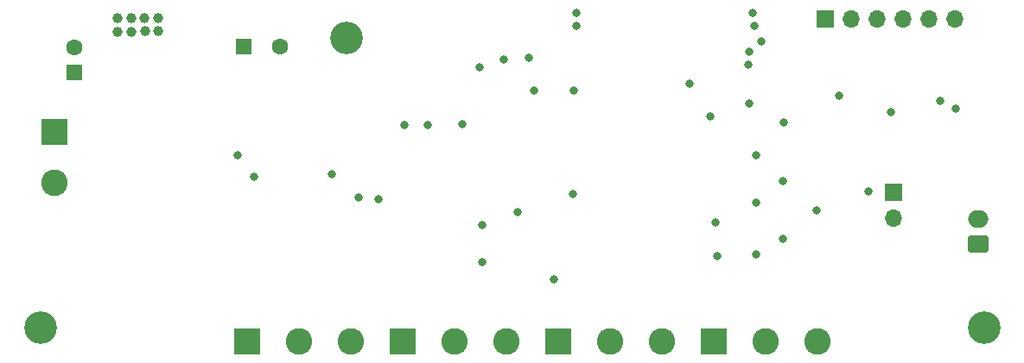
<source format=gbr>
%TF.GenerationSoftware,KiCad,Pcbnew,(6.0.8)*%
%TF.CreationDate,2022-10-05T23:26:50+02:00*%
%TF.ProjectId,DMX_ControllerBoard,444d585f-436f-46e7-9472-6f6c6c657242,rev?*%
%TF.SameCoordinates,Original*%
%TF.FileFunction,Soldermask,Bot*%
%TF.FilePolarity,Negative*%
%FSLAX46Y46*%
G04 Gerber Fmt 4.6, Leading zero omitted, Abs format (unit mm)*
G04 Created by KiCad (PCBNEW (6.0.8)) date 2022-10-05 23:26:50*
%MOMM*%
%LPD*%
G01*
G04 APERTURE LIST*
G04 Aperture macros list*
%AMRoundRect*
0 Rectangle with rounded corners*
0 $1 Rounding radius*
0 $2 $3 $4 $5 $6 $7 $8 $9 X,Y pos of 4 corners*
0 Add a 4 corners polygon primitive as box body*
4,1,4,$2,$3,$4,$5,$6,$7,$8,$9,$2,$3,0*
0 Add four circle primitives for the rounded corners*
1,1,$1+$1,$2,$3*
1,1,$1+$1,$4,$5*
1,1,$1+$1,$6,$7*
1,1,$1+$1,$8,$9*
0 Add four rect primitives between the rounded corners*
20,1,$1+$1,$2,$3,$4,$5,0*
20,1,$1+$1,$4,$5,$6,$7,0*
20,1,$1+$1,$6,$7,$8,$9,0*
20,1,$1+$1,$8,$9,$2,$3,0*%
G04 Aperture macros list end*
%ADD10R,1.600000X1.600000*%
%ADD11C,1.600000*%
%ADD12R,2.600000X2.600000*%
%ADD13C,2.600000*%
%ADD14RoundRect,0.250000X0.750000X-0.600000X0.750000X0.600000X-0.750000X0.600000X-0.750000X-0.600000X0*%
%ADD15O,2.000000X1.700000*%
%ADD16R,1.700000X1.700000*%
%ADD17O,1.700000X1.700000*%
%ADD18C,3.200000*%
%ADD19C,1.000000*%
%ADD20C,0.800000*%
G04 APERTURE END LIST*
D10*
%TO.C,C8*%
X26162000Y-32702500D03*
D11*
X26162000Y-30202500D03*
%TD*%
D10*
%TO.C,C12*%
X42799000Y-30099000D03*
D11*
X46299000Y-30099000D03*
%TD*%
D12*
%TO.C,J3*%
X24257000Y-38544500D03*
D13*
X24257000Y-43544500D03*
%TD*%
D14*
%TO.C,J5*%
X114731800Y-49542700D03*
D15*
X114731800Y-47042700D03*
%TD*%
D12*
%TO.C,J1*%
X43116500Y-59055000D03*
D13*
X48196500Y-59055000D03*
X53276500Y-59055000D03*
%TD*%
D12*
%TO.C,J2*%
X58356500Y-59055000D03*
D13*
X63436500Y-59055000D03*
X68516500Y-59055000D03*
%TD*%
D12*
%TO.C,J4*%
X73596500Y-59055000D03*
D13*
X78676500Y-59055000D03*
X83756500Y-59055000D03*
%TD*%
D12*
%TO.C,J6*%
X88836500Y-59055000D03*
D13*
X93916500Y-59055000D03*
X98996500Y-59055000D03*
%TD*%
D16*
%TO.C,J7*%
X99758500Y-27432000D03*
D17*
X102298500Y-27432000D03*
X104838500Y-27432000D03*
X107378500Y-27432000D03*
X109918500Y-27432000D03*
X112458500Y-27432000D03*
%TD*%
D18*
%TO.C,H1*%
X52844700Y-29311600D03*
%TD*%
%TO.C,H2*%
X22872700Y-57708800D03*
%TD*%
%TO.C,H3*%
X115277900Y-57708800D03*
%TD*%
D16*
%TO.C,JP1*%
X106387900Y-44450000D03*
D17*
X106387900Y-46990000D03*
%TD*%
D19*
X34353500Y-27305000D03*
D20*
X58483500Y-37846000D03*
X92646500Y-26797000D03*
D19*
X31750000Y-28702000D03*
D20*
X92964000Y-50546000D03*
X60769500Y-37846000D03*
D19*
X34417000Y-28638500D03*
X30416500Y-27305000D03*
X33041166Y-27305000D03*
X33083500Y-28638500D03*
D20*
X98869500Y-46228000D03*
X65849500Y-32131000D03*
X64198500Y-37719000D03*
X101092000Y-34988500D03*
X74993500Y-44577000D03*
X42164000Y-40830500D03*
X70675500Y-31242000D03*
X112522000Y-36195000D03*
D19*
X30416500Y-28702000D03*
D20*
X66167000Y-51308000D03*
X68262500Y-31369000D03*
X51371500Y-42672000D03*
X54038500Y-44958000D03*
X75374500Y-26797000D03*
D19*
X31728833Y-27305000D03*
D20*
X75120500Y-34417000D03*
X86487000Y-33782000D03*
X71183500Y-34417000D03*
X89027000Y-47371000D03*
X69596000Y-46355000D03*
X92773500Y-28067000D03*
X75374500Y-28067000D03*
X103949500Y-44323000D03*
X73152000Y-52959000D03*
X106133900Y-36576000D03*
X89154000Y-50673000D03*
X95631000Y-49022000D03*
X66167000Y-47625000D03*
X55943500Y-45085000D03*
X93472000Y-29591000D03*
X95694500Y-37592000D03*
X95631000Y-43307000D03*
X92202000Y-31877000D03*
X92329000Y-30607000D03*
X43751500Y-42926000D03*
X88455500Y-36957000D03*
X92964000Y-40767000D03*
X92964000Y-45466000D03*
X92329000Y-35687000D03*
X110998000Y-35433000D03*
M02*

</source>
